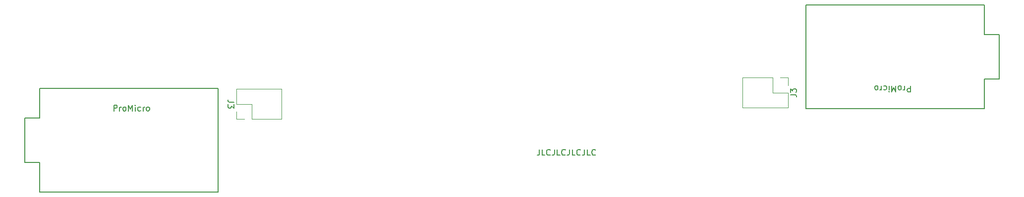
<source format=gbr>
G04 #@! TF.GenerationSoftware,KiCad,Pcbnew,5.1.6+dfsg1-1~bpo10+1*
G04 #@! TF.CreationDate,2020-08-19T20:51:39+03:00*
G04 #@! TF.ProjectId,CompactBeamspringP2,436f6d70-6163-4744-9265-616d73707269,0.0.3*
G04 #@! TF.SameCoordinates,PX68f3ad0PY7d80e80*
G04 #@! TF.FileFunction,Legend,Top*
G04 #@! TF.FilePolarity,Positive*
%FSLAX46Y46*%
G04 Gerber Fmt 4.6, Leading zero omitted, Abs format (unit mm)*
G04 Created by KiCad (PCBNEW 5.1.6+dfsg1-1~bpo10+1) date 2020-08-19 20:51:39*
%MOMM*%
%LPD*%
G01*
G04 APERTURE LIST*
%ADD10C,0.150000*%
%ADD11C,0.120000*%
G04 APERTURE END LIST*
D10*
X86430952Y7847620D02*
X86430952Y7133334D01*
X86383333Y6990477D01*
X86288095Y6895239D01*
X86145238Y6847620D01*
X86050000Y6847620D01*
X87383333Y6847620D02*
X86907142Y6847620D01*
X86907142Y7847620D01*
X88288095Y6942858D02*
X88240476Y6895239D01*
X88097619Y6847620D01*
X88002380Y6847620D01*
X87859523Y6895239D01*
X87764285Y6990477D01*
X87716666Y7085715D01*
X87669047Y7276191D01*
X87669047Y7419048D01*
X87716666Y7609524D01*
X87764285Y7704762D01*
X87859523Y7800000D01*
X88002380Y7847620D01*
X88097619Y7847620D01*
X88240476Y7800000D01*
X88288095Y7752381D01*
X89002380Y7847620D02*
X89002380Y7133334D01*
X88954761Y6990477D01*
X88859523Y6895239D01*
X88716666Y6847620D01*
X88621428Y6847620D01*
X89954761Y6847620D02*
X89478571Y6847620D01*
X89478571Y7847620D01*
X90859523Y6942858D02*
X90811904Y6895239D01*
X90669047Y6847620D01*
X90573809Y6847620D01*
X90430952Y6895239D01*
X90335714Y6990477D01*
X90288095Y7085715D01*
X90240476Y7276191D01*
X90240476Y7419048D01*
X90288095Y7609524D01*
X90335714Y7704762D01*
X90430952Y7800000D01*
X90573809Y7847620D01*
X90669047Y7847620D01*
X90811904Y7800000D01*
X90859523Y7752381D01*
X91573809Y7847620D02*
X91573809Y7133334D01*
X91526190Y6990477D01*
X91430952Y6895239D01*
X91288095Y6847620D01*
X91192857Y6847620D01*
X92526190Y6847620D02*
X92050000Y6847620D01*
X92050000Y7847620D01*
X93430952Y6942858D02*
X93383333Y6895239D01*
X93240476Y6847620D01*
X93145238Y6847620D01*
X93002380Y6895239D01*
X92907142Y6990477D01*
X92859523Y7085715D01*
X92811904Y7276191D01*
X92811904Y7419048D01*
X92859523Y7609524D01*
X92907142Y7704762D01*
X93002380Y7800000D01*
X93145238Y7847620D01*
X93240476Y7847620D01*
X93383333Y7800000D01*
X93430952Y7752381D01*
X94145238Y7847620D02*
X94145238Y7133334D01*
X94097619Y6990477D01*
X94002380Y6895239D01*
X93859523Y6847620D01*
X93764285Y6847620D01*
X95097619Y6847620D02*
X94621428Y6847620D01*
X94621428Y7847620D01*
X96002380Y6942858D02*
X95954761Y6895239D01*
X95811904Y6847620D01*
X95716666Y6847620D01*
X95573809Y6895239D01*
X95478571Y6990477D01*
X95430952Y7085715D01*
X95383333Y7276191D01*
X95383333Y7419048D01*
X95430952Y7609524D01*
X95478571Y7704762D01*
X95573809Y7800000D01*
X95716666Y7847620D01*
X95811904Y7847620D01*
X95954761Y7800000D01*
X96002380Y7752381D01*
D11*
X34668880Y13027100D02*
X34668880Y14357100D01*
X35998880Y13027100D02*
X34668880Y13027100D01*
X34668880Y15627100D02*
X34668880Y18227100D01*
X37268880Y15627100D02*
X34668880Y15627100D01*
X37268880Y13027100D02*
X37268880Y15627100D01*
X34668880Y18227100D02*
X42408880Y18227100D01*
X37268880Y13027100D02*
X42408880Y13027100D01*
X42408880Y13027100D02*
X42408880Y18227100D01*
D10*
X1076900Y563380D02*
X31556900Y563380D01*
X1076900Y563380D02*
X1076900Y5643380D01*
X1076900Y5643380D02*
X-1463100Y5643380D01*
X-1463100Y5643380D02*
X-1463100Y13263380D01*
X-1463100Y13263380D02*
X1076900Y13263380D01*
X1076900Y13263380D02*
X1076900Y18343380D01*
X1076900Y18343380D02*
X31556900Y18343380D01*
X31556900Y18343380D02*
X31556900Y563380D01*
D11*
X128881120Y20172900D02*
X128881120Y18842900D01*
X127551120Y20172900D02*
X128881120Y20172900D01*
X128881120Y17572900D02*
X128881120Y14972900D01*
X126281120Y17572900D02*
X128881120Y17572900D01*
X126281120Y20172900D02*
X126281120Y17572900D01*
X128881120Y14972900D02*
X121141120Y14972900D01*
X126281120Y20172900D02*
X121141120Y20172900D01*
X121141120Y20172900D02*
X121141120Y14972900D01*
D10*
X162473100Y32636620D02*
X131993100Y32636620D01*
X162473100Y32636620D02*
X162473100Y27556620D01*
X162473100Y27556620D02*
X165013100Y27556620D01*
X165013100Y27556620D02*
X165013100Y19936620D01*
X165013100Y19936620D02*
X162473100Y19936620D01*
X162473100Y19936620D02*
X162473100Y14856620D01*
X162473100Y14856620D02*
X131993100Y14856620D01*
X131993100Y14856620D02*
X131993100Y32636620D01*
X34216499Y15960434D02*
X33502213Y15960434D01*
X33359356Y16008053D01*
X33264118Y16103291D01*
X33216499Y16246148D01*
X33216499Y16341386D01*
X34216499Y15579481D02*
X34216499Y14960434D01*
X33835546Y15293767D01*
X33835546Y15150910D01*
X33787927Y15055672D01*
X33740308Y15008053D01*
X33645070Y14960434D01*
X33406975Y14960434D01*
X33311737Y15008053D01*
X33264118Y15055672D01*
X33216499Y15150910D01*
X33216499Y15436624D01*
X33264118Y15531862D01*
X33311737Y15579481D01*
X13727430Y14455900D02*
X13727430Y15455900D01*
X14108382Y15455900D01*
X14203620Y15408280D01*
X14251240Y15360661D01*
X14298859Y15265423D01*
X14298859Y15122566D01*
X14251240Y15027328D01*
X14203620Y14979709D01*
X14108382Y14932090D01*
X13727430Y14932090D01*
X14727430Y14455900D02*
X14727430Y15122566D01*
X14727430Y14932090D02*
X14775049Y15027328D01*
X14822668Y15074947D01*
X14917906Y15122566D01*
X15013144Y15122566D01*
X15489335Y14455900D02*
X15394097Y14503519D01*
X15346478Y14551138D01*
X15298859Y14646376D01*
X15298859Y14932090D01*
X15346478Y15027328D01*
X15394097Y15074947D01*
X15489335Y15122566D01*
X15632192Y15122566D01*
X15727430Y15074947D01*
X15775049Y15027328D01*
X15822668Y14932090D01*
X15822668Y14646376D01*
X15775049Y14551138D01*
X15727430Y14503519D01*
X15632192Y14455900D01*
X15489335Y14455900D01*
X16251240Y14455900D02*
X16251240Y15455900D01*
X16584573Y14741614D01*
X16917906Y15455900D01*
X16917906Y14455900D01*
X17394097Y14455900D02*
X17394097Y15122566D01*
X17394097Y15455900D02*
X17346478Y15408280D01*
X17394097Y15360661D01*
X17441716Y15408280D01*
X17394097Y15455900D01*
X17394097Y15360661D01*
X18298859Y14503519D02*
X18203620Y14455900D01*
X18013144Y14455900D01*
X17917906Y14503519D01*
X17870287Y14551138D01*
X17822668Y14646376D01*
X17822668Y14932090D01*
X17870287Y15027328D01*
X17917906Y15074947D01*
X18013144Y15122566D01*
X18203620Y15122566D01*
X18298859Y15074947D01*
X18727430Y14455900D02*
X18727430Y15122566D01*
X18727430Y14932090D02*
X18775049Y15027328D01*
X18822668Y15074947D01*
X18917906Y15122566D01*
X19013144Y15122566D01*
X19489335Y14455900D02*
X19394097Y14503519D01*
X19346478Y14551138D01*
X19298859Y14646376D01*
X19298859Y14932090D01*
X19346478Y15027328D01*
X19394097Y15074947D01*
X19489335Y15122566D01*
X19632192Y15122566D01*
X19727430Y15074947D01*
X19775049Y15027328D01*
X19822668Y14932090D01*
X19822668Y14646376D01*
X19775049Y14551138D01*
X19727430Y14503519D01*
X19632192Y14455900D01*
X19489335Y14455900D01*
X129333500Y17239567D02*
X130047786Y17239567D01*
X130190643Y17191948D01*
X130285881Y17096710D01*
X130333500Y16953853D01*
X130333500Y16858615D01*
X129333500Y17620520D02*
X129333500Y18239567D01*
X129714453Y17906234D01*
X129714453Y18049091D01*
X129762072Y18144329D01*
X129809691Y18191948D01*
X129904929Y18239567D01*
X130143024Y18239567D01*
X130238262Y18191948D01*
X130285881Y18144329D01*
X130333500Y18049091D01*
X130333500Y17763377D01*
X130285881Y17668139D01*
X130238262Y17620520D01*
X149822569Y18744101D02*
X149822569Y17744101D01*
X149441617Y17744101D01*
X149346379Y17791720D01*
X149298760Y17839340D01*
X149251140Y17934578D01*
X149251140Y18077435D01*
X149298760Y18172673D01*
X149346379Y18220292D01*
X149441617Y18267911D01*
X149822569Y18267911D01*
X148822569Y18744101D02*
X148822569Y18077435D01*
X148822569Y18267911D02*
X148774950Y18172673D01*
X148727331Y18125054D01*
X148632093Y18077435D01*
X148536855Y18077435D01*
X148060664Y18744101D02*
X148155902Y18696482D01*
X148203521Y18648863D01*
X148251140Y18553625D01*
X148251140Y18267911D01*
X148203521Y18172673D01*
X148155902Y18125054D01*
X148060664Y18077435D01*
X147917807Y18077435D01*
X147822569Y18125054D01*
X147774950Y18172673D01*
X147727331Y18267911D01*
X147727331Y18553625D01*
X147774950Y18648863D01*
X147822569Y18696482D01*
X147917807Y18744101D01*
X148060664Y18744101D01*
X147298760Y18744101D02*
X147298760Y17744101D01*
X146965426Y18458387D01*
X146632093Y17744101D01*
X146632093Y18744101D01*
X146155902Y18744101D02*
X146155902Y18077435D01*
X146155902Y17744101D02*
X146203521Y17791720D01*
X146155902Y17839340D01*
X146108283Y17791720D01*
X146155902Y17744101D01*
X146155902Y17839340D01*
X145251140Y18696482D02*
X145346379Y18744101D01*
X145536855Y18744101D01*
X145632093Y18696482D01*
X145679712Y18648863D01*
X145727331Y18553625D01*
X145727331Y18267911D01*
X145679712Y18172673D01*
X145632093Y18125054D01*
X145536855Y18077435D01*
X145346379Y18077435D01*
X145251140Y18125054D01*
X144822569Y18744101D02*
X144822569Y18077435D01*
X144822569Y18267911D02*
X144774950Y18172673D01*
X144727331Y18125054D01*
X144632093Y18077435D01*
X144536855Y18077435D01*
X144060664Y18744101D02*
X144155902Y18696482D01*
X144203521Y18648863D01*
X144251140Y18553625D01*
X144251140Y18267911D01*
X144203521Y18172673D01*
X144155902Y18125054D01*
X144060664Y18077435D01*
X143917807Y18077435D01*
X143822569Y18125054D01*
X143774950Y18172673D01*
X143727331Y18267911D01*
X143727331Y18553625D01*
X143774950Y18648863D01*
X143822569Y18696482D01*
X143917807Y18744101D01*
X144060664Y18744101D01*
M02*

</source>
